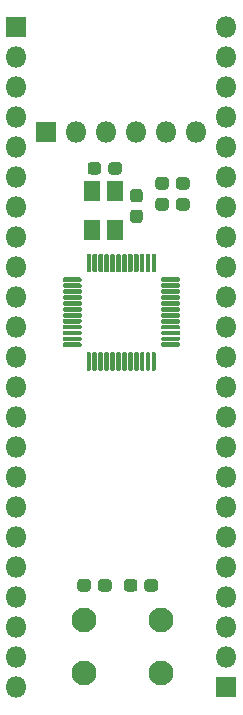
<source format=gbr>
%TF.GenerationSoftware,KiCad,Pcbnew,5.1.6-c6e7f7d~87~ubuntu18.04.1*%
%TF.CreationDate,2020-09-17T09:17:57+10:00*%
%TF.ProjectId,MSPY-FR2355,4d535059-2d46-4523-9233-35352e6b6963,rev?*%
%TF.SameCoordinates,Original*%
%TF.FileFunction,Soldermask,Top*%
%TF.FilePolarity,Negative*%
%FSLAX46Y46*%
G04 Gerber Fmt 4.6, Leading zero omitted, Abs format (unit mm)*
G04 Created by KiCad (PCBNEW 5.1.6-c6e7f7d~87~ubuntu18.04.1) date 2020-09-17 09:17:57*
%MOMM*%
%LPD*%
G01*
G04 APERTURE LIST*
%ADD10O,1.800000X1.800000*%
%ADD11R,1.800000X1.800000*%
%ADD12C,2.100000*%
%ADD13R,1.400000X1.700000*%
G04 APERTURE END LIST*
D10*
%TO.C,J2*%
X149352000Y-69596000D03*
X149352000Y-72136000D03*
X149352000Y-74676000D03*
X149352000Y-77216000D03*
X149352000Y-79756000D03*
X149352000Y-82296000D03*
X149352000Y-84836000D03*
X149352000Y-87376000D03*
X149352000Y-89916000D03*
X149352000Y-92456000D03*
X149352000Y-94996000D03*
X149352000Y-97536000D03*
X149352000Y-100076000D03*
X149352000Y-102616000D03*
X149352000Y-105156000D03*
X149352000Y-107696000D03*
X149352000Y-110236000D03*
X149352000Y-112776000D03*
X149352000Y-115316000D03*
X149352000Y-117856000D03*
X149352000Y-120396000D03*
X149352000Y-122936000D03*
D11*
X149352000Y-125476000D03*
%TD*%
D10*
%TO.C,J1*%
X131572000Y-125476000D03*
X131572000Y-122936000D03*
X131572000Y-120396000D03*
X131572000Y-117856000D03*
X131572000Y-115316000D03*
X131572000Y-112776000D03*
X131572000Y-110236000D03*
X131572000Y-107696000D03*
X131572000Y-105156000D03*
X131572000Y-102616000D03*
X131572000Y-100076000D03*
X131572000Y-97536000D03*
X131572000Y-94996000D03*
X131572000Y-92456000D03*
X131572000Y-89916000D03*
X131572000Y-87376000D03*
X131572000Y-84836000D03*
X131572000Y-82296000D03*
X131572000Y-79756000D03*
X131572000Y-77216000D03*
X131572000Y-74676000D03*
X131572000Y-72136000D03*
D11*
X131572000Y-69596000D03*
%TD*%
D12*
%TO.C,SW1*%
X143787000Y-119761000D03*
X143787000Y-124261000D03*
X137287000Y-119761000D03*
X137287000Y-124261000D03*
%TD*%
D13*
%TO.C,Y1*%
X139938000Y-83440000D03*
X139938000Y-86740000D03*
X137938000Y-86740000D03*
X137938000Y-83440000D03*
%TD*%
%TO.C,U1*%
G36*
G01*
X143937000Y-90776000D02*
X145312000Y-90776000D01*
G75*
G02*
X145412000Y-90876000I0J-100000D01*
G01*
X145412000Y-91076000D01*
G75*
G02*
X145312000Y-91176000I-100000J0D01*
G01*
X143937000Y-91176000D01*
G75*
G02*
X143837000Y-91076000I0J100000D01*
G01*
X143837000Y-90876000D01*
G75*
G02*
X143937000Y-90776000I100000J0D01*
G01*
G37*
G36*
G01*
X143937000Y-91276000D02*
X145312000Y-91276000D01*
G75*
G02*
X145412000Y-91376000I0J-100000D01*
G01*
X145412000Y-91576000D01*
G75*
G02*
X145312000Y-91676000I-100000J0D01*
G01*
X143937000Y-91676000D01*
G75*
G02*
X143837000Y-91576000I0J100000D01*
G01*
X143837000Y-91376000D01*
G75*
G02*
X143937000Y-91276000I100000J0D01*
G01*
G37*
G36*
G01*
X143937000Y-91776000D02*
X145312000Y-91776000D01*
G75*
G02*
X145412000Y-91876000I0J-100000D01*
G01*
X145412000Y-92076000D01*
G75*
G02*
X145312000Y-92176000I-100000J0D01*
G01*
X143937000Y-92176000D01*
G75*
G02*
X143837000Y-92076000I0J100000D01*
G01*
X143837000Y-91876000D01*
G75*
G02*
X143937000Y-91776000I100000J0D01*
G01*
G37*
G36*
G01*
X143937000Y-92276000D02*
X145312000Y-92276000D01*
G75*
G02*
X145412000Y-92376000I0J-100000D01*
G01*
X145412000Y-92576000D01*
G75*
G02*
X145312000Y-92676000I-100000J0D01*
G01*
X143937000Y-92676000D01*
G75*
G02*
X143837000Y-92576000I0J100000D01*
G01*
X143837000Y-92376000D01*
G75*
G02*
X143937000Y-92276000I100000J0D01*
G01*
G37*
G36*
G01*
X143937000Y-92776000D02*
X145312000Y-92776000D01*
G75*
G02*
X145412000Y-92876000I0J-100000D01*
G01*
X145412000Y-93076000D01*
G75*
G02*
X145312000Y-93176000I-100000J0D01*
G01*
X143937000Y-93176000D01*
G75*
G02*
X143837000Y-93076000I0J100000D01*
G01*
X143837000Y-92876000D01*
G75*
G02*
X143937000Y-92776000I100000J0D01*
G01*
G37*
G36*
G01*
X143937000Y-93276000D02*
X145312000Y-93276000D01*
G75*
G02*
X145412000Y-93376000I0J-100000D01*
G01*
X145412000Y-93576000D01*
G75*
G02*
X145312000Y-93676000I-100000J0D01*
G01*
X143937000Y-93676000D01*
G75*
G02*
X143837000Y-93576000I0J100000D01*
G01*
X143837000Y-93376000D01*
G75*
G02*
X143937000Y-93276000I100000J0D01*
G01*
G37*
G36*
G01*
X143937000Y-93776000D02*
X145312000Y-93776000D01*
G75*
G02*
X145412000Y-93876000I0J-100000D01*
G01*
X145412000Y-94076000D01*
G75*
G02*
X145312000Y-94176000I-100000J0D01*
G01*
X143937000Y-94176000D01*
G75*
G02*
X143837000Y-94076000I0J100000D01*
G01*
X143837000Y-93876000D01*
G75*
G02*
X143937000Y-93776000I100000J0D01*
G01*
G37*
G36*
G01*
X143937000Y-94276000D02*
X145312000Y-94276000D01*
G75*
G02*
X145412000Y-94376000I0J-100000D01*
G01*
X145412000Y-94576000D01*
G75*
G02*
X145312000Y-94676000I-100000J0D01*
G01*
X143937000Y-94676000D01*
G75*
G02*
X143837000Y-94576000I0J100000D01*
G01*
X143837000Y-94376000D01*
G75*
G02*
X143937000Y-94276000I100000J0D01*
G01*
G37*
G36*
G01*
X143937000Y-94776000D02*
X145312000Y-94776000D01*
G75*
G02*
X145412000Y-94876000I0J-100000D01*
G01*
X145412000Y-95076000D01*
G75*
G02*
X145312000Y-95176000I-100000J0D01*
G01*
X143937000Y-95176000D01*
G75*
G02*
X143837000Y-95076000I0J100000D01*
G01*
X143837000Y-94876000D01*
G75*
G02*
X143937000Y-94776000I100000J0D01*
G01*
G37*
G36*
G01*
X143937000Y-95276000D02*
X145312000Y-95276000D01*
G75*
G02*
X145412000Y-95376000I0J-100000D01*
G01*
X145412000Y-95576000D01*
G75*
G02*
X145312000Y-95676000I-100000J0D01*
G01*
X143937000Y-95676000D01*
G75*
G02*
X143837000Y-95576000I0J100000D01*
G01*
X143837000Y-95376000D01*
G75*
G02*
X143937000Y-95276000I100000J0D01*
G01*
G37*
G36*
G01*
X143937000Y-95776000D02*
X145312000Y-95776000D01*
G75*
G02*
X145412000Y-95876000I0J-100000D01*
G01*
X145412000Y-96076000D01*
G75*
G02*
X145312000Y-96176000I-100000J0D01*
G01*
X143937000Y-96176000D01*
G75*
G02*
X143837000Y-96076000I0J100000D01*
G01*
X143837000Y-95876000D01*
G75*
G02*
X143937000Y-95776000I100000J0D01*
G01*
G37*
G36*
G01*
X143937000Y-96276000D02*
X145312000Y-96276000D01*
G75*
G02*
X145412000Y-96376000I0J-100000D01*
G01*
X145412000Y-96576000D01*
G75*
G02*
X145312000Y-96676000I-100000J0D01*
G01*
X143937000Y-96676000D01*
G75*
G02*
X143837000Y-96576000I0J100000D01*
G01*
X143837000Y-96376000D01*
G75*
G02*
X143937000Y-96276000I100000J0D01*
G01*
G37*
G36*
G01*
X143112000Y-97101000D02*
X143312000Y-97101000D01*
G75*
G02*
X143412000Y-97201000I0J-100000D01*
G01*
X143412000Y-98576000D01*
G75*
G02*
X143312000Y-98676000I-100000J0D01*
G01*
X143112000Y-98676000D01*
G75*
G02*
X143012000Y-98576000I0J100000D01*
G01*
X143012000Y-97201000D01*
G75*
G02*
X143112000Y-97101000I100000J0D01*
G01*
G37*
G36*
G01*
X142612000Y-97101000D02*
X142812000Y-97101000D01*
G75*
G02*
X142912000Y-97201000I0J-100000D01*
G01*
X142912000Y-98576000D01*
G75*
G02*
X142812000Y-98676000I-100000J0D01*
G01*
X142612000Y-98676000D01*
G75*
G02*
X142512000Y-98576000I0J100000D01*
G01*
X142512000Y-97201000D01*
G75*
G02*
X142612000Y-97101000I100000J0D01*
G01*
G37*
G36*
G01*
X142112000Y-97101000D02*
X142312000Y-97101000D01*
G75*
G02*
X142412000Y-97201000I0J-100000D01*
G01*
X142412000Y-98576000D01*
G75*
G02*
X142312000Y-98676000I-100000J0D01*
G01*
X142112000Y-98676000D01*
G75*
G02*
X142012000Y-98576000I0J100000D01*
G01*
X142012000Y-97201000D01*
G75*
G02*
X142112000Y-97101000I100000J0D01*
G01*
G37*
G36*
G01*
X141612000Y-97101000D02*
X141812000Y-97101000D01*
G75*
G02*
X141912000Y-97201000I0J-100000D01*
G01*
X141912000Y-98576000D01*
G75*
G02*
X141812000Y-98676000I-100000J0D01*
G01*
X141612000Y-98676000D01*
G75*
G02*
X141512000Y-98576000I0J100000D01*
G01*
X141512000Y-97201000D01*
G75*
G02*
X141612000Y-97101000I100000J0D01*
G01*
G37*
G36*
G01*
X141112000Y-97101000D02*
X141312000Y-97101000D01*
G75*
G02*
X141412000Y-97201000I0J-100000D01*
G01*
X141412000Y-98576000D01*
G75*
G02*
X141312000Y-98676000I-100000J0D01*
G01*
X141112000Y-98676000D01*
G75*
G02*
X141012000Y-98576000I0J100000D01*
G01*
X141012000Y-97201000D01*
G75*
G02*
X141112000Y-97101000I100000J0D01*
G01*
G37*
G36*
G01*
X140612000Y-97101000D02*
X140812000Y-97101000D01*
G75*
G02*
X140912000Y-97201000I0J-100000D01*
G01*
X140912000Y-98576000D01*
G75*
G02*
X140812000Y-98676000I-100000J0D01*
G01*
X140612000Y-98676000D01*
G75*
G02*
X140512000Y-98576000I0J100000D01*
G01*
X140512000Y-97201000D01*
G75*
G02*
X140612000Y-97101000I100000J0D01*
G01*
G37*
G36*
G01*
X140112000Y-97101000D02*
X140312000Y-97101000D01*
G75*
G02*
X140412000Y-97201000I0J-100000D01*
G01*
X140412000Y-98576000D01*
G75*
G02*
X140312000Y-98676000I-100000J0D01*
G01*
X140112000Y-98676000D01*
G75*
G02*
X140012000Y-98576000I0J100000D01*
G01*
X140012000Y-97201000D01*
G75*
G02*
X140112000Y-97101000I100000J0D01*
G01*
G37*
G36*
G01*
X139612000Y-97101000D02*
X139812000Y-97101000D01*
G75*
G02*
X139912000Y-97201000I0J-100000D01*
G01*
X139912000Y-98576000D01*
G75*
G02*
X139812000Y-98676000I-100000J0D01*
G01*
X139612000Y-98676000D01*
G75*
G02*
X139512000Y-98576000I0J100000D01*
G01*
X139512000Y-97201000D01*
G75*
G02*
X139612000Y-97101000I100000J0D01*
G01*
G37*
G36*
G01*
X139112000Y-97101000D02*
X139312000Y-97101000D01*
G75*
G02*
X139412000Y-97201000I0J-100000D01*
G01*
X139412000Y-98576000D01*
G75*
G02*
X139312000Y-98676000I-100000J0D01*
G01*
X139112000Y-98676000D01*
G75*
G02*
X139012000Y-98576000I0J100000D01*
G01*
X139012000Y-97201000D01*
G75*
G02*
X139112000Y-97101000I100000J0D01*
G01*
G37*
G36*
G01*
X138612000Y-97101000D02*
X138812000Y-97101000D01*
G75*
G02*
X138912000Y-97201000I0J-100000D01*
G01*
X138912000Y-98576000D01*
G75*
G02*
X138812000Y-98676000I-100000J0D01*
G01*
X138612000Y-98676000D01*
G75*
G02*
X138512000Y-98576000I0J100000D01*
G01*
X138512000Y-97201000D01*
G75*
G02*
X138612000Y-97101000I100000J0D01*
G01*
G37*
G36*
G01*
X138112000Y-97101000D02*
X138312000Y-97101000D01*
G75*
G02*
X138412000Y-97201000I0J-100000D01*
G01*
X138412000Y-98576000D01*
G75*
G02*
X138312000Y-98676000I-100000J0D01*
G01*
X138112000Y-98676000D01*
G75*
G02*
X138012000Y-98576000I0J100000D01*
G01*
X138012000Y-97201000D01*
G75*
G02*
X138112000Y-97101000I100000J0D01*
G01*
G37*
G36*
G01*
X137612000Y-97101000D02*
X137812000Y-97101000D01*
G75*
G02*
X137912000Y-97201000I0J-100000D01*
G01*
X137912000Y-98576000D01*
G75*
G02*
X137812000Y-98676000I-100000J0D01*
G01*
X137612000Y-98676000D01*
G75*
G02*
X137512000Y-98576000I0J100000D01*
G01*
X137512000Y-97201000D01*
G75*
G02*
X137612000Y-97101000I100000J0D01*
G01*
G37*
G36*
G01*
X135612000Y-96276000D02*
X136987000Y-96276000D01*
G75*
G02*
X137087000Y-96376000I0J-100000D01*
G01*
X137087000Y-96576000D01*
G75*
G02*
X136987000Y-96676000I-100000J0D01*
G01*
X135612000Y-96676000D01*
G75*
G02*
X135512000Y-96576000I0J100000D01*
G01*
X135512000Y-96376000D01*
G75*
G02*
X135612000Y-96276000I100000J0D01*
G01*
G37*
G36*
G01*
X135612000Y-95776000D02*
X136987000Y-95776000D01*
G75*
G02*
X137087000Y-95876000I0J-100000D01*
G01*
X137087000Y-96076000D01*
G75*
G02*
X136987000Y-96176000I-100000J0D01*
G01*
X135612000Y-96176000D01*
G75*
G02*
X135512000Y-96076000I0J100000D01*
G01*
X135512000Y-95876000D01*
G75*
G02*
X135612000Y-95776000I100000J0D01*
G01*
G37*
G36*
G01*
X135612000Y-95276000D02*
X136987000Y-95276000D01*
G75*
G02*
X137087000Y-95376000I0J-100000D01*
G01*
X137087000Y-95576000D01*
G75*
G02*
X136987000Y-95676000I-100000J0D01*
G01*
X135612000Y-95676000D01*
G75*
G02*
X135512000Y-95576000I0J100000D01*
G01*
X135512000Y-95376000D01*
G75*
G02*
X135612000Y-95276000I100000J0D01*
G01*
G37*
G36*
G01*
X135612000Y-94776000D02*
X136987000Y-94776000D01*
G75*
G02*
X137087000Y-94876000I0J-100000D01*
G01*
X137087000Y-95076000D01*
G75*
G02*
X136987000Y-95176000I-100000J0D01*
G01*
X135612000Y-95176000D01*
G75*
G02*
X135512000Y-95076000I0J100000D01*
G01*
X135512000Y-94876000D01*
G75*
G02*
X135612000Y-94776000I100000J0D01*
G01*
G37*
G36*
G01*
X135612000Y-94276000D02*
X136987000Y-94276000D01*
G75*
G02*
X137087000Y-94376000I0J-100000D01*
G01*
X137087000Y-94576000D01*
G75*
G02*
X136987000Y-94676000I-100000J0D01*
G01*
X135612000Y-94676000D01*
G75*
G02*
X135512000Y-94576000I0J100000D01*
G01*
X135512000Y-94376000D01*
G75*
G02*
X135612000Y-94276000I100000J0D01*
G01*
G37*
G36*
G01*
X135612000Y-93776000D02*
X136987000Y-93776000D01*
G75*
G02*
X137087000Y-93876000I0J-100000D01*
G01*
X137087000Y-94076000D01*
G75*
G02*
X136987000Y-94176000I-100000J0D01*
G01*
X135612000Y-94176000D01*
G75*
G02*
X135512000Y-94076000I0J100000D01*
G01*
X135512000Y-93876000D01*
G75*
G02*
X135612000Y-93776000I100000J0D01*
G01*
G37*
G36*
G01*
X135612000Y-93276000D02*
X136987000Y-93276000D01*
G75*
G02*
X137087000Y-93376000I0J-100000D01*
G01*
X137087000Y-93576000D01*
G75*
G02*
X136987000Y-93676000I-100000J0D01*
G01*
X135612000Y-93676000D01*
G75*
G02*
X135512000Y-93576000I0J100000D01*
G01*
X135512000Y-93376000D01*
G75*
G02*
X135612000Y-93276000I100000J0D01*
G01*
G37*
G36*
G01*
X135612000Y-92776000D02*
X136987000Y-92776000D01*
G75*
G02*
X137087000Y-92876000I0J-100000D01*
G01*
X137087000Y-93076000D01*
G75*
G02*
X136987000Y-93176000I-100000J0D01*
G01*
X135612000Y-93176000D01*
G75*
G02*
X135512000Y-93076000I0J100000D01*
G01*
X135512000Y-92876000D01*
G75*
G02*
X135612000Y-92776000I100000J0D01*
G01*
G37*
G36*
G01*
X135612000Y-92276000D02*
X136987000Y-92276000D01*
G75*
G02*
X137087000Y-92376000I0J-100000D01*
G01*
X137087000Y-92576000D01*
G75*
G02*
X136987000Y-92676000I-100000J0D01*
G01*
X135612000Y-92676000D01*
G75*
G02*
X135512000Y-92576000I0J100000D01*
G01*
X135512000Y-92376000D01*
G75*
G02*
X135612000Y-92276000I100000J0D01*
G01*
G37*
G36*
G01*
X135612000Y-91776000D02*
X136987000Y-91776000D01*
G75*
G02*
X137087000Y-91876000I0J-100000D01*
G01*
X137087000Y-92076000D01*
G75*
G02*
X136987000Y-92176000I-100000J0D01*
G01*
X135612000Y-92176000D01*
G75*
G02*
X135512000Y-92076000I0J100000D01*
G01*
X135512000Y-91876000D01*
G75*
G02*
X135612000Y-91776000I100000J0D01*
G01*
G37*
G36*
G01*
X135612000Y-91276000D02*
X136987000Y-91276000D01*
G75*
G02*
X137087000Y-91376000I0J-100000D01*
G01*
X137087000Y-91576000D01*
G75*
G02*
X136987000Y-91676000I-100000J0D01*
G01*
X135612000Y-91676000D01*
G75*
G02*
X135512000Y-91576000I0J100000D01*
G01*
X135512000Y-91376000D01*
G75*
G02*
X135612000Y-91276000I100000J0D01*
G01*
G37*
G36*
G01*
X135612000Y-90776000D02*
X136987000Y-90776000D01*
G75*
G02*
X137087000Y-90876000I0J-100000D01*
G01*
X137087000Y-91076000D01*
G75*
G02*
X136987000Y-91176000I-100000J0D01*
G01*
X135612000Y-91176000D01*
G75*
G02*
X135512000Y-91076000I0J100000D01*
G01*
X135512000Y-90876000D01*
G75*
G02*
X135612000Y-90776000I100000J0D01*
G01*
G37*
G36*
G01*
X137612000Y-88776000D02*
X137812000Y-88776000D01*
G75*
G02*
X137912000Y-88876000I0J-100000D01*
G01*
X137912000Y-90251000D01*
G75*
G02*
X137812000Y-90351000I-100000J0D01*
G01*
X137612000Y-90351000D01*
G75*
G02*
X137512000Y-90251000I0J100000D01*
G01*
X137512000Y-88876000D01*
G75*
G02*
X137612000Y-88776000I100000J0D01*
G01*
G37*
G36*
G01*
X138112000Y-88776000D02*
X138312000Y-88776000D01*
G75*
G02*
X138412000Y-88876000I0J-100000D01*
G01*
X138412000Y-90251000D01*
G75*
G02*
X138312000Y-90351000I-100000J0D01*
G01*
X138112000Y-90351000D01*
G75*
G02*
X138012000Y-90251000I0J100000D01*
G01*
X138012000Y-88876000D01*
G75*
G02*
X138112000Y-88776000I100000J0D01*
G01*
G37*
G36*
G01*
X138612000Y-88776000D02*
X138812000Y-88776000D01*
G75*
G02*
X138912000Y-88876000I0J-100000D01*
G01*
X138912000Y-90251000D01*
G75*
G02*
X138812000Y-90351000I-100000J0D01*
G01*
X138612000Y-90351000D01*
G75*
G02*
X138512000Y-90251000I0J100000D01*
G01*
X138512000Y-88876000D01*
G75*
G02*
X138612000Y-88776000I100000J0D01*
G01*
G37*
G36*
G01*
X139112000Y-88776000D02*
X139312000Y-88776000D01*
G75*
G02*
X139412000Y-88876000I0J-100000D01*
G01*
X139412000Y-90251000D01*
G75*
G02*
X139312000Y-90351000I-100000J0D01*
G01*
X139112000Y-90351000D01*
G75*
G02*
X139012000Y-90251000I0J100000D01*
G01*
X139012000Y-88876000D01*
G75*
G02*
X139112000Y-88776000I100000J0D01*
G01*
G37*
G36*
G01*
X139612000Y-88776000D02*
X139812000Y-88776000D01*
G75*
G02*
X139912000Y-88876000I0J-100000D01*
G01*
X139912000Y-90251000D01*
G75*
G02*
X139812000Y-90351000I-100000J0D01*
G01*
X139612000Y-90351000D01*
G75*
G02*
X139512000Y-90251000I0J100000D01*
G01*
X139512000Y-88876000D01*
G75*
G02*
X139612000Y-88776000I100000J0D01*
G01*
G37*
G36*
G01*
X140112000Y-88776000D02*
X140312000Y-88776000D01*
G75*
G02*
X140412000Y-88876000I0J-100000D01*
G01*
X140412000Y-90251000D01*
G75*
G02*
X140312000Y-90351000I-100000J0D01*
G01*
X140112000Y-90351000D01*
G75*
G02*
X140012000Y-90251000I0J100000D01*
G01*
X140012000Y-88876000D01*
G75*
G02*
X140112000Y-88776000I100000J0D01*
G01*
G37*
G36*
G01*
X140612000Y-88776000D02*
X140812000Y-88776000D01*
G75*
G02*
X140912000Y-88876000I0J-100000D01*
G01*
X140912000Y-90251000D01*
G75*
G02*
X140812000Y-90351000I-100000J0D01*
G01*
X140612000Y-90351000D01*
G75*
G02*
X140512000Y-90251000I0J100000D01*
G01*
X140512000Y-88876000D01*
G75*
G02*
X140612000Y-88776000I100000J0D01*
G01*
G37*
G36*
G01*
X141112000Y-88776000D02*
X141312000Y-88776000D01*
G75*
G02*
X141412000Y-88876000I0J-100000D01*
G01*
X141412000Y-90251000D01*
G75*
G02*
X141312000Y-90351000I-100000J0D01*
G01*
X141112000Y-90351000D01*
G75*
G02*
X141012000Y-90251000I0J100000D01*
G01*
X141012000Y-88876000D01*
G75*
G02*
X141112000Y-88776000I100000J0D01*
G01*
G37*
G36*
G01*
X141612000Y-88776000D02*
X141812000Y-88776000D01*
G75*
G02*
X141912000Y-88876000I0J-100000D01*
G01*
X141912000Y-90251000D01*
G75*
G02*
X141812000Y-90351000I-100000J0D01*
G01*
X141612000Y-90351000D01*
G75*
G02*
X141512000Y-90251000I0J100000D01*
G01*
X141512000Y-88876000D01*
G75*
G02*
X141612000Y-88776000I100000J0D01*
G01*
G37*
G36*
G01*
X142112000Y-88776000D02*
X142312000Y-88776000D01*
G75*
G02*
X142412000Y-88876000I0J-100000D01*
G01*
X142412000Y-90251000D01*
G75*
G02*
X142312000Y-90351000I-100000J0D01*
G01*
X142112000Y-90351000D01*
G75*
G02*
X142012000Y-90251000I0J100000D01*
G01*
X142012000Y-88876000D01*
G75*
G02*
X142112000Y-88776000I100000J0D01*
G01*
G37*
G36*
G01*
X142612000Y-88776000D02*
X142812000Y-88776000D01*
G75*
G02*
X142912000Y-88876000I0J-100000D01*
G01*
X142912000Y-90251000D01*
G75*
G02*
X142812000Y-90351000I-100000J0D01*
G01*
X142612000Y-90351000D01*
G75*
G02*
X142512000Y-90251000I0J100000D01*
G01*
X142512000Y-88876000D01*
G75*
G02*
X142612000Y-88776000I100000J0D01*
G01*
G37*
G36*
G01*
X143112000Y-88776000D02*
X143312000Y-88776000D01*
G75*
G02*
X143412000Y-88876000I0J-100000D01*
G01*
X143412000Y-90251000D01*
G75*
G02*
X143312000Y-90351000I-100000J0D01*
G01*
X143112000Y-90351000D01*
G75*
G02*
X143012000Y-90251000I0J100000D01*
G01*
X143012000Y-88876000D01*
G75*
G02*
X143112000Y-88776000I100000J0D01*
G01*
G37*
%TD*%
%TO.C,C4*%
G36*
G01*
X139351000Y-81796500D02*
X139351000Y-81271500D01*
G75*
G02*
X139613500Y-81009000I262500J0D01*
G01*
X140238500Y-81009000D01*
G75*
G02*
X140501000Y-81271500I0J-262500D01*
G01*
X140501000Y-81796500D01*
G75*
G02*
X140238500Y-82059000I-262500J0D01*
G01*
X139613500Y-82059000D01*
G75*
G02*
X139351000Y-81796500I0J262500D01*
G01*
G37*
G36*
G01*
X137601000Y-81796500D02*
X137601000Y-81271500D01*
G75*
G02*
X137863500Y-81009000I262500J0D01*
G01*
X138488500Y-81009000D01*
G75*
G02*
X138751000Y-81271500I0J-262500D01*
G01*
X138751000Y-81796500D01*
G75*
G02*
X138488500Y-82059000I-262500J0D01*
G01*
X137863500Y-82059000D01*
G75*
G02*
X137601000Y-81796500I0J262500D01*
G01*
G37*
%TD*%
%TO.C,R1*%
G36*
G01*
X141813000Y-116577500D02*
X141813000Y-117102500D01*
G75*
G02*
X141550500Y-117365000I-262500J0D01*
G01*
X140925500Y-117365000D01*
G75*
G02*
X140663000Y-117102500I0J262500D01*
G01*
X140663000Y-116577500D01*
G75*
G02*
X140925500Y-116315000I262500J0D01*
G01*
X141550500Y-116315000D01*
G75*
G02*
X141813000Y-116577500I0J-262500D01*
G01*
G37*
G36*
G01*
X143563000Y-116577500D02*
X143563000Y-117102500D01*
G75*
G02*
X143300500Y-117365000I-262500J0D01*
G01*
X142675500Y-117365000D01*
G75*
G02*
X142413000Y-117102500I0J262500D01*
G01*
X142413000Y-116577500D01*
G75*
G02*
X142675500Y-116315000I262500J0D01*
G01*
X143300500Y-116315000D01*
G75*
G02*
X143563000Y-116577500I0J-262500D01*
G01*
G37*
%TD*%
D10*
%TO.C,J3*%
X146812000Y-78486000D03*
X144272000Y-78486000D03*
X141732000Y-78486000D03*
X139192000Y-78486000D03*
X136652000Y-78486000D03*
D11*
X134112000Y-78486000D03*
%TD*%
%TO.C,C5*%
G36*
G01*
X141994500Y-84423000D02*
X141469500Y-84423000D01*
G75*
G02*
X141207000Y-84160500I0J262500D01*
G01*
X141207000Y-83535500D01*
G75*
G02*
X141469500Y-83273000I262500J0D01*
G01*
X141994500Y-83273000D01*
G75*
G02*
X142257000Y-83535500I0J-262500D01*
G01*
X142257000Y-84160500D01*
G75*
G02*
X141994500Y-84423000I-262500J0D01*
G01*
G37*
G36*
G01*
X141994500Y-86173000D02*
X141469500Y-86173000D01*
G75*
G02*
X141207000Y-85910500I0J262500D01*
G01*
X141207000Y-85285500D01*
G75*
G02*
X141469500Y-85023000I262500J0D01*
G01*
X141994500Y-85023000D01*
G75*
G02*
X142257000Y-85285500I0J-262500D01*
G01*
X142257000Y-85910500D01*
G75*
G02*
X141994500Y-86173000I-262500J0D01*
G01*
G37*
%TD*%
%TO.C,C3*%
G36*
G01*
X144480000Y-82541500D02*
X144480000Y-83066500D01*
G75*
G02*
X144217500Y-83329000I-262500J0D01*
G01*
X143592500Y-83329000D01*
G75*
G02*
X143330000Y-83066500I0J262500D01*
G01*
X143330000Y-82541500D01*
G75*
G02*
X143592500Y-82279000I262500J0D01*
G01*
X144217500Y-82279000D01*
G75*
G02*
X144480000Y-82541500I0J-262500D01*
G01*
G37*
G36*
G01*
X146230000Y-82541500D02*
X146230000Y-83066500D01*
G75*
G02*
X145967500Y-83329000I-262500J0D01*
G01*
X145342500Y-83329000D01*
G75*
G02*
X145080000Y-83066500I0J262500D01*
G01*
X145080000Y-82541500D01*
G75*
G02*
X145342500Y-82279000I262500J0D01*
G01*
X145967500Y-82279000D01*
G75*
G02*
X146230000Y-82541500I0J-262500D01*
G01*
G37*
%TD*%
%TO.C,C2*%
G36*
G01*
X137876000Y-116577500D02*
X137876000Y-117102500D01*
G75*
G02*
X137613500Y-117365000I-262500J0D01*
G01*
X136988500Y-117365000D01*
G75*
G02*
X136726000Y-117102500I0J262500D01*
G01*
X136726000Y-116577500D01*
G75*
G02*
X136988500Y-116315000I262500J0D01*
G01*
X137613500Y-116315000D01*
G75*
G02*
X137876000Y-116577500I0J-262500D01*
G01*
G37*
G36*
G01*
X139626000Y-116577500D02*
X139626000Y-117102500D01*
G75*
G02*
X139363500Y-117365000I-262500J0D01*
G01*
X138738500Y-117365000D01*
G75*
G02*
X138476000Y-117102500I0J262500D01*
G01*
X138476000Y-116577500D01*
G75*
G02*
X138738500Y-116315000I262500J0D01*
G01*
X139363500Y-116315000D01*
G75*
G02*
X139626000Y-116577500I0J-262500D01*
G01*
G37*
%TD*%
%TO.C,C1*%
G36*
G01*
X144480000Y-84319500D02*
X144480000Y-84844500D01*
G75*
G02*
X144217500Y-85107000I-262500J0D01*
G01*
X143592500Y-85107000D01*
G75*
G02*
X143330000Y-84844500I0J262500D01*
G01*
X143330000Y-84319500D01*
G75*
G02*
X143592500Y-84057000I262500J0D01*
G01*
X144217500Y-84057000D01*
G75*
G02*
X144480000Y-84319500I0J-262500D01*
G01*
G37*
G36*
G01*
X146230000Y-84319500D02*
X146230000Y-84844500D01*
G75*
G02*
X145967500Y-85107000I-262500J0D01*
G01*
X145342500Y-85107000D01*
G75*
G02*
X145080000Y-84844500I0J262500D01*
G01*
X145080000Y-84319500D01*
G75*
G02*
X145342500Y-84057000I262500J0D01*
G01*
X145967500Y-84057000D01*
G75*
G02*
X146230000Y-84319500I0J-262500D01*
G01*
G37*
%TD*%
M02*

</source>
